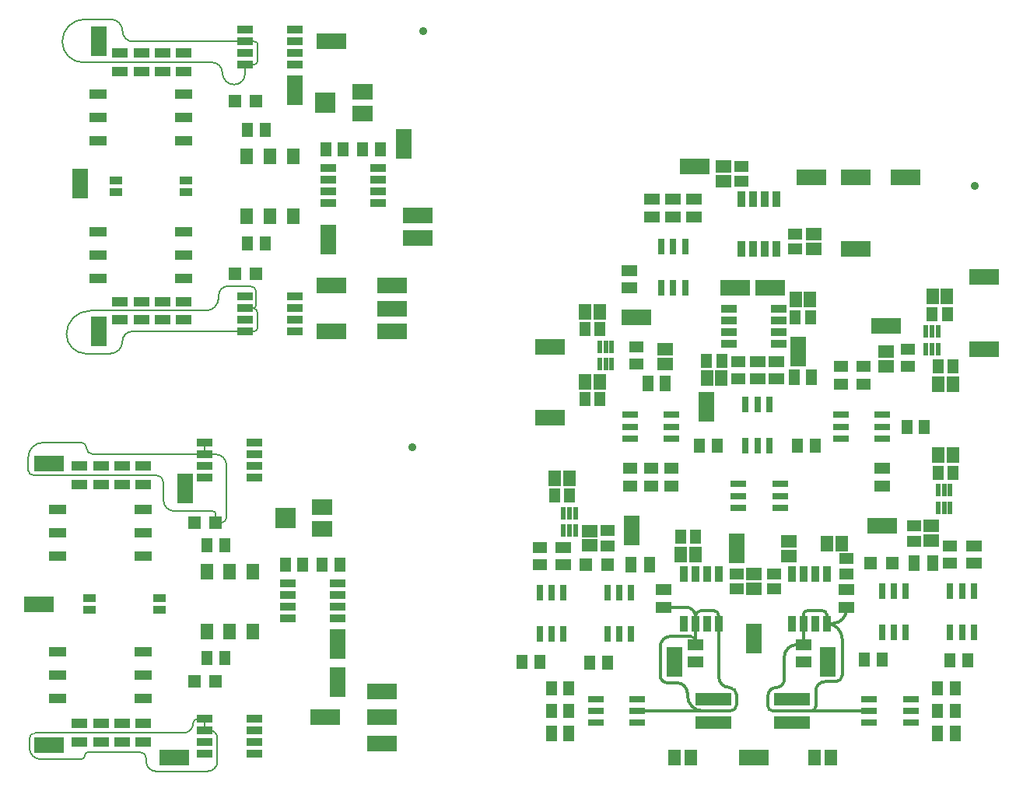
<source format=gts>
G04*
G04 #@! TF.GenerationSoftware,Altium Limited,Altium Designer,22.11.1 (43)*
G04*
G04 Layer_Color=8388736*
%FSLAX44Y44*%
%MOMM*%
G71*
G04*
G04 #@! TF.SameCoordinates,63F1A2F7-16B8-44B3-AA34-CB54DD539490*
G04*
G04*
G04 #@! TF.FilePolarity,Negative*
G04*
G01*
G75*
%ADD10C,0.2000*%
%ADD25C,0.3000*%
%ADD45R,1.3532X1.3532*%
%ADD46R,1.2032X1.6032*%
%ADD47R,1.4732X0.9632*%
%ADD48R,1.9032X1.1032*%
%ADD49R,1.7032X3.2032*%
%ADD50R,3.2032X1.7032*%
%ADD51R,1.6532X1.1032*%
%ADD52R,1.7292X0.8532*%
%ADD53R,2.2032X1.8032*%
%ADD54R,2.2032X2.2032*%
%ADD55R,1.4032X1.7032*%
%ADD56R,1.7282X0.8532*%
%ADD57R,1.7232X1.3932*%
%ADD58R,1.7032X0.8032*%
%ADD59R,0.8532X1.7292*%
%ADD60R,0.6032X1.4032*%
%ADD61R,1.1432X1.6332*%
%ADD62R,1.3932X1.7232*%
%ADD63R,0.8032X1.7032*%
%ADD64R,1.6032X1.2032*%
%ADD65R,1.1532X1.6532*%
%ADD66R,3.8862X1.4732*%
%ADD67R,1.3532X1.6532*%
%ADD68R,1.2032X1.6532*%
%ADD69R,1.6532X1.2032*%
%ADD70R,1.6532X1.1532*%
%ADD71R,1.6332X1.1432*%
%ADD72C,0.9032*%
D10*
X286839Y577777D02*
G03*
X276679Y567617I0J-10160D01*
G01*
X136725Y551107D02*
G03*
X111071Y525453I0J-25654D01*
G01*
X314017Y553901D02*
G03*
X317559Y557443I0J3542D01*
G01*
Y571695D02*
G03*
X311477Y577777I-6082J0D01*
G01*
X317562Y563093D02*
G03*
X317569Y563351I-4493J258D01*
G01*
X111071Y525453D02*
G03*
X132153Y504371I21082J0D01*
G01*
X317559Y570201D02*
G03*
X317562Y570108I2000J10D01*
G01*
X319351Y548313D02*
G03*
X313763Y553901I-5588J0D01*
G01*
X317562Y563093D02*
G03*
X317569Y563351I-4493J258D01*
G01*
X182699Y528501D02*
G03*
X172031Y517833I0J-10668D01*
G01*
X314779Y528501D02*
G03*
X319351Y533073I0J4572D01*
G01*
X317559Y570201D02*
G03*
X317562Y570108I2000J10D01*
G01*
Y563093D02*
G03*
X317559Y563001I1997J-102D01*
G01*
X317569Y569851D02*
G03*
X317562Y570108I-4500J0D01*
G01*
Y563093D02*
G03*
X317559Y563001I1997J-102D01*
G01*
X158569Y504371D02*
G03*
X172031Y517833I0J13462D01*
G01*
X262709Y551107D02*
G03*
X276679Y565077I0J13970D01*
G01*
X317569Y569851D02*
G03*
X317562Y570108I-4500J0D01*
G01*
X106497Y843967D02*
G03*
X129101Y821363I22604J0D01*
G01*
X130883Y868353D02*
G03*
X106497Y843967I0J-24386D01*
G01*
X172031Y855653D02*
G03*
X183621Y844063I11590J0D01*
G01*
X172031Y855653D02*
G03*
X159331Y868353I-12700J0D01*
G01*
X314619Y818663D02*
G03*
X319351Y823395I0J4732D01*
G01*
Y840667D02*
G03*
X315955Y844063I-3396J0D01*
G01*
X280743Y810187D02*
G03*
X269567Y821363I-11176J0D01*
G01*
X280743Y810187D02*
G03*
X293697Y797233I12954J0D01*
G01*
D02*
G03*
X305439Y808975I0J11742D01*
G01*
X319351Y533073D02*
Y548313D01*
X317569Y563351D02*
Y569851D01*
X286839Y577777D02*
X311477D01*
X317559Y563001D02*
Y563001D01*
X305439Y553901D02*
X313763D01*
X317559Y557443D02*
Y563001D01*
X313763Y553901D02*
X314017D01*
X136725Y551107D02*
X262709D01*
X317559Y570201D02*
Y571695D01*
X305439Y528501D02*
X314779D01*
X132153Y504371D02*
X158569D01*
X276679Y565077D02*
Y567617D01*
X182699Y528501D02*
X305439D01*
X130883Y868353D02*
X159331D01*
X183621Y844063D02*
X305439D01*
X129101Y821363D02*
X269567D01*
X305439Y818663D02*
X314619D01*
X305439Y844063D02*
X315955D01*
X319351Y823395D02*
Y840667D01*
X305439Y808975D02*
Y818663D01*
X134874Y70612D02*
G03*
X131064Y66802I0J-3810D01*
G01*
X127000Y62738D02*
G03*
X131064Y66802I0J4064D01*
G01*
X70575Y75757D02*
G03*
X83593Y62738I13019J0D01*
G01*
X197866Y64008D02*
G03*
X191262Y70612I-6604J0D01*
G01*
X264668Y49784D02*
G03*
X275336Y60452I0J10668D01*
G01*
X197866Y60198D02*
G03*
X208280Y49784I10414J0D01*
G01*
X132842Y401828D02*
G03*
X126834Y407836I-6008J0D01*
G01*
X132842Y401828D02*
G03*
X139860Y394810I7018J0D01*
G01*
X76887Y91440D02*
G03*
X70575Y85127I0J-6313D01*
G01*
X85438Y407510D02*
G03*
X69596Y391668I0J-15842D01*
G01*
Y377440D02*
G03*
X74926Y372110I5330J0D01*
G01*
X275336Y85852D02*
G03*
X266954Y94234I-8382J0D01*
G01*
X254000Y106934D02*
G03*
X248920Y101854I0J-5080D01*
G01*
X238506Y91440D02*
G03*
X248920Y101854I0J10414D01*
G01*
X273544Y329706D02*
G03*
X270256Y332994I-3288J0D01*
G01*
X216662Y344678D02*
G03*
X228346Y332994I11684J0D01*
G01*
X216662Y364236D02*
G03*
X208788Y372110I-7874J0D01*
G01*
X279146Y320040D02*
G03*
X285242Y326136I0J6096D01*
G01*
Y382966D02*
G03*
X273398Y394810I-11844J0D01*
G01*
X134874Y70612D02*
X191262D01*
X83593Y62738D02*
X127000D01*
X70575Y75757D02*
Y85127D01*
X208280Y49784D02*
X264668D01*
X197866Y60198D02*
Y64008D01*
X139860Y394810D02*
X261424D01*
X94750Y407836D02*
X126834D01*
X261424Y394810D02*
X273398D01*
X85438Y407510D02*
X94750Y407836D01*
X76887Y91440D02*
X238506D01*
X69596Y377440D02*
Y391668D01*
X74926Y372110D02*
X208788D01*
X275336Y60452D02*
Y85852D01*
X254000Y106934D02*
X261424D01*
Y94234D02*
X266954D01*
X228346Y332994D02*
X270256D01*
X216662Y344678D02*
Y364236D01*
X261424Y94234D02*
Y106934D01*
X285242Y326136D02*
Y382966D01*
X273544Y320040D02*
X279146D01*
X261424Y394810D02*
Y407510D01*
X273544Y320040D02*
Y329706D01*
D25*
X921530Y115552D02*
G03*
X926610Y120632I0J5080D01*
G01*
X955312Y193698D02*
G03*
X938404Y210606I-16908J0D01*
G01*
X948200Y147302D02*
G03*
X955312Y154414I0J7112D01*
G01*
X936770Y147302D02*
G03*
X926610Y137142I0J-10160D01*
G01*
X874540Y120632D02*
G03*
X879620Y115552I5080J0D01*
G01*
X786910Y132189D02*
G03*
X803547Y115552I16637J0D01*
G01*
X786910Y134602D02*
G03*
X775480Y146032I-11430J0D01*
G01*
X769130Y196832D02*
G03*
X757192Y184894I0J-11938D01*
G01*
Y154160D02*
G03*
X765320Y146032I8128J0D01*
G01*
X821014Y152568D02*
G03*
X832630Y140952I11616J0D01*
G01*
X840250Y133332D02*
G03*
X832630Y140952I-7620J0D01*
G01*
X833900Y115552D02*
G03*
X840250Y121902I0J6350D01*
G01*
X905884Y187536D02*
G03*
X892320Y173972I0J-13564D01*
G01*
X883430Y140952D02*
G03*
X892320Y149842I0J8890D01*
G01*
X883430Y140952D02*
G03*
X874540Y132062I0J-8890D01*
G01*
X938404Y220090D02*
G03*
X933976Y224518I-4428J0D01*
G01*
X917212D02*
G03*
X913004Y220310I0J-4208D01*
G01*
X944586Y210606D02*
G03*
X960138Y226158I0J15552D01*
G01*
X795614Y191684D02*
G03*
X790466Y196832I-5148J0D01*
G01*
X795614Y218354D02*
G03*
X785742Y228226I-9872J0D01*
G01*
X801778Y224518D02*
G03*
X795614Y218354I0J-6164D01*
G01*
X821014Y219116D02*
G03*
X815612Y224518I-5402J0D01*
G01*
X921530Y115552D02*
X879620D01*
X984882D02*
X921530D01*
X948200Y147302D02*
X936770D01*
X955312Y154414D02*
Y193698D01*
X926610Y120632D02*
Y137142D01*
X833900Y115552D02*
X803547D01*
X786910Y132189D02*
Y134602D01*
X775480Y146032D02*
X765320D01*
X757192Y154160D02*
Y184894D01*
X821014Y152568D02*
Y210606D01*
X840250Y121902D02*
Y133332D01*
X821014Y210606D02*
Y219116D01*
X913004Y187536D02*
X905884D01*
X913004Y210606D02*
Y220310D01*
Y187536D02*
Y210606D01*
X892320Y149842D02*
Y173972D01*
X874540Y120632D02*
Y132062D01*
X933976Y224518D02*
X917212D01*
X938404Y210606D02*
Y220090D01*
X944586Y210606D02*
X938404D01*
X960138Y226158D02*
Y228226D01*
X795614Y187536D02*
Y210606D01*
X790466Y196832D02*
X769130D01*
X785742Y228226D02*
X761256D01*
X795614Y210606D02*
Y218354D01*
X815612Y224518D02*
X801778D01*
X803547Y115552D02*
X731940D01*
D45*
X317559Y591493D02*
D03*
X294059D02*
D03*
X317559Y779453D02*
D03*
X294059D02*
D03*
X273544Y320040D02*
D03*
X250044D02*
D03*
X273544Y147320D02*
D03*
X250044D02*
D03*
X1009632Y276384D02*
D03*
X986132D02*
D03*
X699742Y274454D02*
D03*
X676242D02*
D03*
D46*
X327059Y747957D02*
D03*
X308059D02*
D03*
X433549Y726621D02*
D03*
X452549D02*
D03*
X412417D02*
D03*
X393417D02*
D03*
X327059Y624513D02*
D03*
X308059D02*
D03*
X389534Y274828D02*
D03*
X408534D02*
D03*
X368402D02*
D03*
X349402D02*
D03*
X283044Y296164D02*
D03*
X264044D02*
D03*
X283044Y172720D02*
D03*
X264044D02*
D03*
X906696Y404456D02*
D03*
X925696D02*
D03*
X657980Y139682D02*
D03*
X638980D02*
D03*
X657980Y115552D02*
D03*
X638980D02*
D03*
X680742Y168384D02*
D03*
X979492Y171686D02*
D03*
X1078096Y115552D02*
D03*
Y139682D02*
D03*
X1044568Y424670D02*
D03*
X1025568D02*
D03*
X1059096Y139682D02*
D03*
Y115552D02*
D03*
X1072706Y170416D02*
D03*
X1091706D02*
D03*
X998492Y171686D02*
D03*
X699742Y168384D02*
D03*
X607082Y168486D02*
D03*
X626082D02*
D03*
X819016Y404456D02*
D03*
X800016D02*
D03*
D47*
X240814Y679885D02*
D03*
X164614D02*
D03*
X240814Y692585D02*
D03*
X164614D02*
D03*
X135890Y237998D02*
D03*
X212090D02*
D03*
X135890Y225298D02*
D03*
X212090D02*
D03*
D48*
X238664Y735765D02*
D03*
Y761165D02*
D03*
Y786565D02*
D03*
X145164D02*
D03*
Y761165D02*
D03*
Y735765D02*
D03*
X238664Y585905D02*
D03*
Y611305D02*
D03*
Y636705D02*
D03*
X145164D02*
D03*
Y611305D02*
D03*
Y585905D02*
D03*
X194649Y283972D02*
D03*
Y309372D02*
D03*
Y334772D02*
D03*
X101149D02*
D03*
Y309372D02*
D03*
Y283972D02*
D03*
Y128778D02*
D03*
Y154178D02*
D03*
Y179578D02*
D03*
X194649D02*
D03*
Y154178D02*
D03*
Y128778D02*
D03*
D49*
X146377Y528501D02*
D03*
X395863Y628831D02*
D03*
X126057Y689227D02*
D03*
X477847Y732717D02*
D03*
X359679Y791391D02*
D03*
X146377Y844063D02*
D03*
X240030Y357660D02*
D03*
X406088Y187960D02*
D03*
Y146558D02*
D03*
X907560Y506712D02*
D03*
X859300Y194292D02*
D03*
X726204Y311712D02*
D03*
X840250Y292082D02*
D03*
X807920Y446260D02*
D03*
X939310Y168536D02*
D03*
X772432D02*
D03*
D50*
X399107Y528501D02*
D03*
X465147D02*
D03*
Y553520D02*
D03*
Y578539D02*
D03*
X399107D02*
D03*
X493087Y629974D02*
D03*
Y654993D02*
D03*
X399107Y844063D02*
D03*
X228346Y64584D02*
D03*
X454660Y80264D02*
D03*
Y136652D02*
D03*
Y108458D02*
D03*
X392684D02*
D03*
X81280Y231822D02*
D03*
X92456Y385110D02*
D03*
Y78534D02*
D03*
X859300Y65006D02*
D03*
X969790Y696196D02*
D03*
X839047Y575800D02*
D03*
X1023892Y696196D02*
D03*
X1109490Y509304D02*
D03*
Y587992D02*
D03*
X637050Y511812D02*
D03*
X731030Y543542D02*
D03*
X637050Y434322D02*
D03*
X877080Y575800D02*
D03*
X999000Y316792D02*
D03*
X1002708Y534652D02*
D03*
X794530Y708206D02*
D03*
X969790Y618230D02*
D03*
X921530Y696196D02*
D03*
D51*
X238664Y541201D02*
D03*
Y561201D02*
D03*
X215606Y541201D02*
D03*
Y561201D02*
D03*
X169491Y541201D02*
D03*
Y561201D02*
D03*
X192549Y541201D02*
D03*
Y561201D02*
D03*
Y831363D02*
D03*
Y811363D02*
D03*
X238664Y831363D02*
D03*
Y811363D02*
D03*
X215606Y831363D02*
D03*
Y811363D02*
D03*
X169491Y831363D02*
D03*
Y811363D02*
D03*
X148534Y362110D02*
D03*
Y382110D02*
D03*
X171591Y101534D02*
D03*
Y81534D02*
D03*
Y362110D02*
D03*
Y382110D02*
D03*
X194649Y101534D02*
D03*
Y81534D02*
D03*
Y362110D02*
D03*
Y382110D02*
D03*
X125476Y362110D02*
D03*
Y382110D02*
D03*
X148534Y81534D02*
D03*
Y101534D02*
D03*
X125476Y81534D02*
D03*
Y101534D02*
D03*
D52*
X450103Y706047D02*
D03*
Y693347D02*
D03*
Y680647D02*
D03*
Y667947D02*
D03*
X395863D02*
D03*
Y680647D02*
D03*
Y693347D02*
D03*
Y706047D02*
D03*
X305439Y566601D02*
D03*
Y553901D02*
D03*
Y541201D02*
D03*
Y528501D02*
D03*
X359679D02*
D03*
Y541201D02*
D03*
Y553901D02*
D03*
Y566601D02*
D03*
Y856763D02*
D03*
Y844063D02*
D03*
Y831363D02*
D03*
Y818663D02*
D03*
X305439D02*
D03*
Y831363D02*
D03*
Y844063D02*
D03*
Y856763D02*
D03*
X406088Y254254D02*
D03*
Y241554D02*
D03*
Y228854D02*
D03*
Y216154D02*
D03*
X351848D02*
D03*
Y228854D02*
D03*
Y241554D02*
D03*
Y254254D02*
D03*
D53*
X433077Y765671D02*
D03*
Y789171D02*
D03*
X389062Y313878D02*
D03*
Y337378D02*
D03*
D54*
X393077Y777421D02*
D03*
X349062Y325628D02*
D03*
D55*
X307559Y718735D02*
D03*
X332559D02*
D03*
X357559D02*
D03*
X307559Y653735D02*
D03*
X332559D02*
D03*
X357559D02*
D03*
X263544Y266942D02*
D03*
X288544D02*
D03*
X313544D02*
D03*
X263544Y201942D02*
D03*
X288544D02*
D03*
X313544D02*
D03*
D56*
X315664Y106934D02*
D03*
Y94234D02*
D03*
Y81534D02*
D03*
Y68834D02*
D03*
X261424D02*
D03*
Y81534D02*
D03*
Y94234D02*
D03*
Y106934D02*
D03*
Y407510D02*
D03*
Y394810D02*
D03*
Y382110D02*
D03*
Y369410D02*
D03*
X315664D02*
D03*
Y382110D02*
D03*
Y394810D02*
D03*
Y407510D02*
D03*
X831672Y552940D02*
D03*
Y540240D02*
D03*
Y514840D02*
D03*
X885912D02*
D03*
Y527540D02*
D03*
Y540240D02*
D03*
Y552940D02*
D03*
X831672Y527540D02*
D03*
D57*
X897400Y284182D02*
D03*
Y299982D02*
D03*
X1002708Y506404D02*
D03*
Y490604D02*
D03*
X762787Y493112D02*
D03*
Y508912D02*
D03*
X924070Y634330D02*
D03*
Y618530D02*
D03*
X1052340Y300764D02*
D03*
Y316564D02*
D03*
X826280Y707906D02*
D03*
Y692106D02*
D03*
X680742Y295612D02*
D03*
Y311412D02*
D03*
X859300Y248746D02*
D03*
Y264546D02*
D03*
D58*
X842604Y349486D02*
D03*
X887604D02*
D03*
X842604Y362486D02*
D03*
Y336486D02*
D03*
X887604D02*
D03*
Y362486D02*
D03*
X769786Y424670D02*
D03*
Y437670D02*
D03*
X724786D02*
D03*
Y424670D02*
D03*
Y411670D02*
D03*
X769786D02*
D03*
X953894Y437670D02*
D03*
X998894D02*
D03*
Y424670D02*
D03*
Y411670D02*
D03*
X953894D02*
D03*
Y424670D02*
D03*
X731940Y102552D02*
D03*
X686940D02*
D03*
Y115552D02*
D03*
Y128552D02*
D03*
X731940D02*
D03*
Y115552D02*
D03*
X984882Y128552D02*
D03*
X1029882D02*
D03*
Y115552D02*
D03*
Y102552D02*
D03*
X984882D02*
D03*
Y115552D02*
D03*
D59*
X782914Y210606D02*
D03*
X808314D02*
D03*
X821014Y264846D02*
D03*
X808314D02*
D03*
X795614D02*
D03*
X782914D02*
D03*
X821014Y210606D02*
D03*
X795614D02*
D03*
X845584Y618230D02*
D03*
X858284D02*
D03*
X870984D02*
D03*
Y672470D02*
D03*
X845584D02*
D03*
X858284D02*
D03*
X883684Y618230D02*
D03*
Y672470D02*
D03*
X925704Y210606D02*
D03*
X900304D02*
D03*
X938404Y264846D02*
D03*
X925704D02*
D03*
X913004D02*
D03*
X900304D02*
D03*
X938404Y210606D02*
D03*
X913004D02*
D03*
D60*
X691510Y511812D02*
D03*
X698010D02*
D03*
X704510D02*
D03*
Y492812D02*
D03*
X698010D02*
D03*
X691510D02*
D03*
X1053206Y528305D02*
D03*
X1059706Y509304D02*
D03*
X1053206D02*
D03*
X1046706D02*
D03*
Y528305D02*
D03*
X1059706D02*
D03*
Y336786D02*
D03*
X1066206D02*
D03*
X1072706D02*
D03*
Y355786D02*
D03*
X1066206D02*
D03*
X1059706D02*
D03*
X658582Y330712D02*
D03*
X665082Y311712D02*
D03*
X658582D02*
D03*
X652082D02*
D03*
Y330712D02*
D03*
X665082D02*
D03*
D61*
X658582Y349740D02*
D03*
X642182D02*
D03*
X824320Y496552D02*
D03*
X807920D02*
D03*
X1053206Y547352D02*
D03*
X1069606D02*
D03*
X1059706Y490202D02*
D03*
X1076106D02*
D03*
X675110Y530842D02*
D03*
Y454642D02*
D03*
X1076106Y374632D02*
D03*
X920840Y544050D02*
D03*
X779214Y304782D02*
D03*
X691510Y530842D02*
D03*
Y454642D02*
D03*
X795614Y304782D02*
D03*
X904440Y544050D02*
D03*
X1059706Y374632D02*
D03*
D62*
X658282Y368536D02*
D03*
X642482D02*
D03*
X824020Y477502D02*
D03*
X808220D02*
D03*
X1053506Y566402D02*
D03*
X1069306D02*
D03*
X1060006Y471152D02*
D03*
X1075806D02*
D03*
X779514Y285732D02*
D03*
X795314D02*
D03*
X675410Y549892D02*
D03*
X691210D02*
D03*
X675410Y473692D02*
D03*
X691210D02*
D03*
X954504Y297924D02*
D03*
X938704D02*
D03*
X920540Y563100D02*
D03*
X904740D02*
D03*
X1075806Y393682D02*
D03*
X1060006D02*
D03*
D63*
X771416Y575906D02*
D03*
X784416D02*
D03*
Y620906D02*
D03*
X771416D02*
D03*
X758416D02*
D03*
Y575906D02*
D03*
X1072706Y201154D02*
D03*
Y246154D02*
D03*
X1085706D02*
D03*
X1098706D02*
D03*
Y201154D02*
D03*
X1085706D02*
D03*
X998492D02*
D03*
Y246154D02*
D03*
X1011492D02*
D03*
X1024492D02*
D03*
Y201154D02*
D03*
X1011492D02*
D03*
X639082Y199224D02*
D03*
X652082D02*
D03*
Y244224D02*
D03*
X639082D02*
D03*
X626082D02*
D03*
Y199224D02*
D03*
X699742D02*
D03*
Y244224D02*
D03*
X712742D02*
D03*
X725742D02*
D03*
Y199224D02*
D03*
X712742D02*
D03*
X850112Y449456D02*
D03*
X863112D02*
D03*
X876112D02*
D03*
X863112Y404456D02*
D03*
X876112D02*
D03*
X850112D02*
D03*
D64*
X731030Y492812D02*
D03*
Y511812D02*
D03*
X1026788Y490304D02*
D03*
Y509304D02*
D03*
X842282Y476638D02*
D03*
Y495638D02*
D03*
X978574Y490304D02*
D03*
Y471304D02*
D03*
X953894Y490304D02*
D03*
Y471304D02*
D03*
X1072706Y276384D02*
D03*
Y295384D02*
D03*
X747286Y360274D02*
D03*
Y379274D02*
D03*
X724786Y360274D02*
D03*
Y379274D02*
D03*
X769786Y360274D02*
D03*
Y379274D02*
D03*
X626082Y293454D02*
D03*
Y274454D02*
D03*
D65*
X1033610Y276384D02*
D03*
X1053610D02*
D03*
X725742Y274454D02*
D03*
X745742D02*
D03*
D66*
X815214Y102852D02*
D03*
X900304D02*
D03*
Y128252D02*
D03*
X815214D02*
D03*
D67*
X942904Y65006D02*
D03*
X924904D02*
D03*
X772614D02*
D03*
X790614D02*
D03*
D68*
X903140Y478772D02*
D03*
X922140D02*
D03*
X657980Y90914D02*
D03*
X638980D02*
D03*
X1078096D02*
D03*
X1059096D02*
D03*
X762787Y472034D02*
D03*
X743786D02*
D03*
D69*
X723918Y575906D02*
D03*
Y594906D02*
D03*
X771285Y672470D02*
D03*
Y653470D02*
D03*
X863112Y476638D02*
D03*
Y495638D02*
D03*
X883938Y476638D02*
D03*
Y495638D02*
D03*
X960138Y247226D02*
D03*
Y228226D02*
D03*
X998894Y379560D02*
D03*
Y360560D02*
D03*
X761256Y228226D02*
D03*
X795614Y187536D02*
D03*
X913004D02*
D03*
X1098706Y295384D02*
D03*
Y276384D02*
D03*
X652082Y293454D02*
D03*
Y274454D02*
D03*
X913004Y168536D02*
D03*
X795614D02*
D03*
X761256Y247226D02*
D03*
D70*
X748302Y672970D02*
D03*
Y652970D02*
D03*
X793768Y672970D02*
D03*
Y652970D02*
D03*
D71*
X1033290Y300392D02*
D03*
X880890Y248446D02*
D03*
X960038Y281246D02*
D03*
X840250Y248446D02*
D03*
X903750Y634630D02*
D03*
X845584Y708206D02*
D03*
X699742Y295312D02*
D03*
X845584Y691806D02*
D03*
X1033290Y316792D02*
D03*
X880890Y264846D02*
D03*
X960038D02*
D03*
X699742Y311712D02*
D03*
X903750Y618230D02*
D03*
X840250Y264846D02*
D03*
D72*
X499691Y855653D02*
D03*
X487426Y402336D02*
D03*
X1099330Y687052D02*
D03*
M02*

</source>
